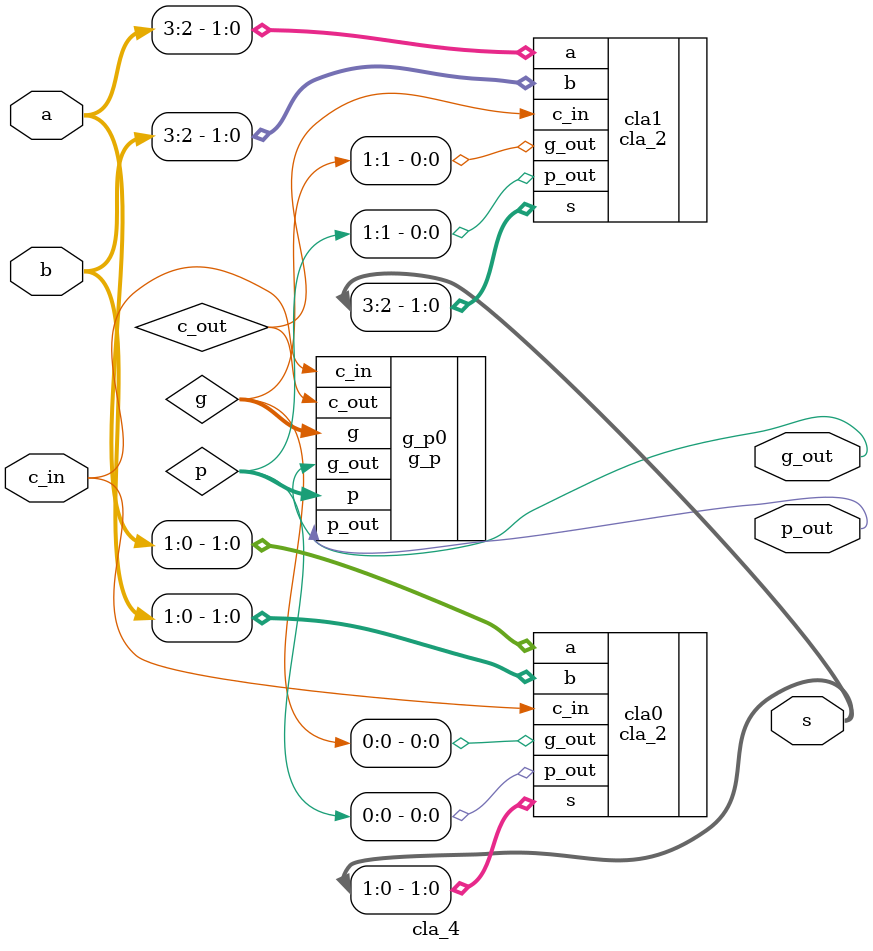
<source format=v>
`timescale 1ns / 1ps

module cla_4(
    input [3:0] a,
    input [3:0] b,
    input c_in,
    output g_out,
    output p_out,
    output [3:0] s
    );

    wire [1:0] g;
    wire [1:0] p;
    wire c_out;
    cla_2 cla0(.a(a[1:0]), .b(b[1:0]), .c_in(c_in), .g_out(g[0]), .p_out(p[0]), .s(s[1:0]));
    cla_2 cla1(.a(a[3:2]), .b(b[3:2]), .c_in(c_out), .g_out(g[1]), .p_out(p[1]), .s(s[3:2]));
    g_p g_p0(.g(g), .p(p), .c_in(c_in), .g_out(g_out), .p_out(p_out), .c_out(c_out));
endmodule

</source>
